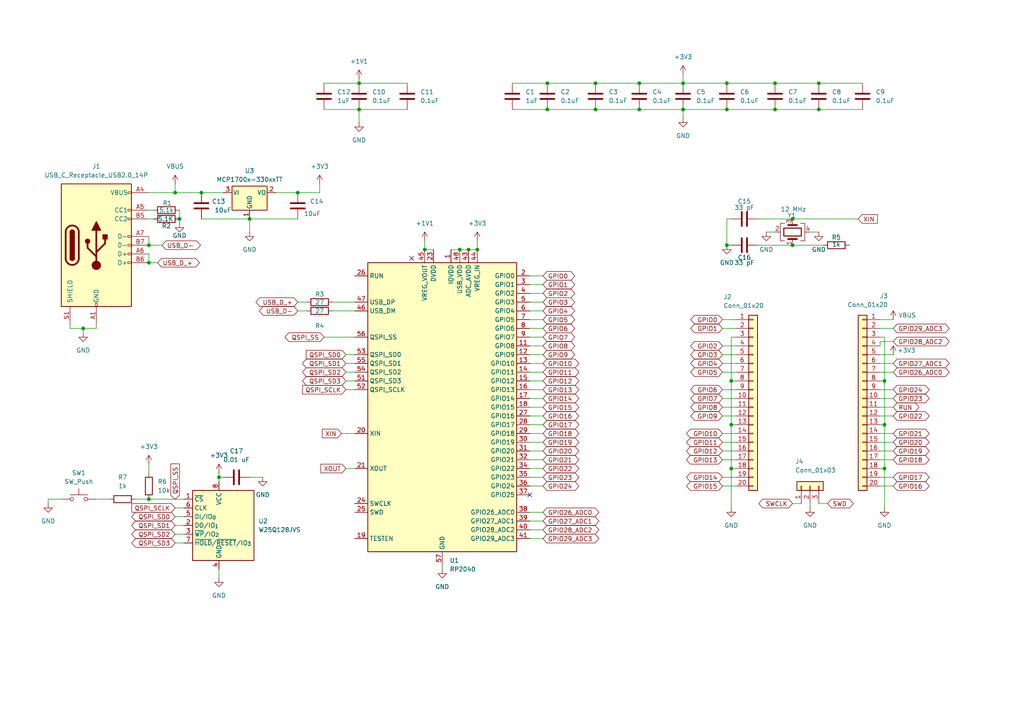
<source format=kicad_sch>
(kicad_sch (version 20250114) (generator "eeschema") (generator_version "9.0")
  (paper "A4")
  (lib_symbols
    (symbol "Connector:USB_C_Receptacle_USB2.0_14P" (pin_names (offset 1.016))
      (property "Reference" "J" (at 0 22.225 0))
      (property "Value" "USB_C_Receptacle_USB2.0_14P" (at 0 19.685 0))
      (symbol "USB_C_Receptacle_USB2.0_14P_1_1"
        (pin passive line (at -7.62 -22.86 90) (length 5.08) (name "SHIELD") (number "S1"))
        (pin passive line (at 0 -22.86 90) (length 5.08) (name "GND") (number "A1"))
        (pin passive line (at 0 -22.86 90) (length 5.08) (hide yes) (name "GND") (number "A12"))
        (pin passive line (at 0 -22.86 90) (length 5.08) (hide yes) (name "GND") (number "B1"))
        (pin passive line (at 0 -22.86 90) (length 5.08) (hide yes) (name "GND") (number "B12"))
        (pin passive line (at 15.24 15.24 180) (length 5.08) (name "VBUS") (number "A4"))
        (pin passive line (at 15.24 15.24 180) (length 5.08) (hide yes) (name "VBUS") (number "A9"))
        (pin passive line (at 15.24 15.24 180) (length 5.08) (hide yes) (name "VBUS") (number "B4"))
        (pin passive line (at 15.24 15.24 180) (length 5.08) (hide yes) (name "VBUS") (number "B9"))
        (pin bidirectional line (at 15.24 10.16 180) (length 5.08) (name "CC1") (number "A5"))
        (pin bidirectional line (at 15.24 7.62 180) (length 5.08) (name "CC2") (number "B5"))
        (pin bidirectional line (at 15.24 2.54 180) (length 5.08) (name "D-") (number "A7"))
        (pin bidirectional line (at 15.24 0 180) (length 5.08) (name "D-") (number "B7"))
        (pin bidirectional line (at 15.24 -2.54 180) (length 5.08) (name "D+") (number "A6"))
        (pin bidirectional line (at 15.24 -5.08 180) (length 5.08) (name "D+") (number "B6"))
      )
    )
    (symbol "Connector_Generic:Conn_01x03" (pin_names (offset 1.016) (hide yes))
      (property "Reference" "J" (at 0 5.08 0))
      (property "Value" "Conn_01x03" (at 0 -5.08 0))
      (symbol "Conn_01x03_1_1"
        (pin passive line (at -5.08 2.54 0) (length 3.81) (name "Pin_1") (number "1"))
        (pin passive line (at -5.08 0 0) (length 3.81) (name "Pin_2") (number "2"))
        (pin passive line (at -5.08 -2.54 0) (length 3.81) (name "Pin_3") (number "3"))
      )
    )
    (symbol "Connector_Generic:Conn_01x20" (pin_names (offset 1.016) (hide yes))
      (property "Reference" "J" (at 0 25.4 0))
      (property "Value" "Conn_01x20" (at 0 -27.94 0))
      (symbol "Conn_01x20_1_1"
        (pin passive line (at -5.08 22.86 0) (length 3.81) (name "Pin_1") (number "1"))
        (pin passive line (at -5.08 20.32 0) (length 3.81) (name "Pin_2") (number "2"))
        (pin passive line (at -5.08 17.78 0) (length 3.81) (name "Pin_3") (number "3"))
        (pin passive line (at -5.08 15.24 0) (length 3.81) (name "Pin_4") (number "4"))
        (pin passive line (at -5.08 12.7 0) (length 3.81) (name "Pin_5") (number "5"))
        (pin passive line (at -5.08 10.16 0) (length 3.81) (name "Pin_6") (number "6"))
        (pin passive line (at -5.08 7.62 0) (length 3.81) (name "Pin_7") (number "7"))
        (pin passive line (at -5.08 5.08 0) (length 3.81) (name "Pin_8") (number "8"))
        (pin passive line (at -5.08 2.54 0) (length 3.81) (name "Pin_9") (number "9"))
        (pin passive line (at -5.08 0 0) (length 3.81) (name "Pin_10") (number "10"))
        (pin passive line (at -5.08 -2.54 0) (length 3.81) (name "Pin_11") (number "11"))
        (pin passive line (at -5.08 -5.08 0) (length 3.81) (name "Pin_12") (number "12"))
        (pin passive line (at -5.08 -7.62 0) (length 3.81) (name "Pin_13") (number "13"))
        (pin passive line (at -5.08 -10.16 0) (length 3.81) (name "Pin_14") (number "14"))
        (pin passive line (at -5.08 -12.7 0) (length 3.81) (name "Pin_15") (number "15"))
        (pin passive line (at -5.08 -15.24 0) (length 3.81) (name "Pin_16") (number "16"))
        (pin passive line (at -5.08 -17.78 0) (length 3.81) (name "Pin_17") (number "17"))
        (pin passive line (at -5.08 -20.32 0) (length 3.81) (name "Pin_18") (number "18"))
        (pin passive line (at -5.08 -22.86 0) (length 3.81) (name "Pin_19") (number "19"))
        (pin passive line (at -5.08 -25.4 0) (length 3.81) (name "Pin_20") (number "20"))
      )
    )
    (symbol "Device:C" (pin_numbers (hide yes)) (pin_names (offset 0.254))
      (property "Reference" "C" (at 0.635 2.54 0))
      (property "Value" "C" (at 0.635 -2.54 0))
      (symbol "C_1_1"
        (pin passive line (at 0 3.81 270) (length 2.794) (name "~") (number "1"))
        (pin passive line (at 0 -3.81 90) (length 2.794) (name "~") (number "2"))
      )
    )
    (symbol "Device:Crystal_GND24" (pin_names (offset 1.016) (hide yes))
      (property "Reference" "Y" (at 3.175 5.08 0))
      (property "Value" "Crystal_GND24" (at 3.175 3.175 0))
      (symbol "Crystal_GND24_1_1"
        (pin passive line (at -3.81 0 0) (length 1.27) (name "1") (number "1"))
        (pin passive line (at 0 5.08 270) (length 1.27) (name "2") (number "2"))
        (pin passive line (at 0 -5.08 90) (length 1.27) (name "4") (number "4"))
        (pin passive line (at 3.81 0 180) (length 1.27) (name "3") (number "3"))
      )
    )
    (symbol "Device:R" (pin_numbers (hide yes)) (pin_names (offset 0))
      (property "Reference" "R" (at 2.032 0 90))
      (property "Value" "R" (at 0 0 90))
      (symbol "R_1_1"
        (pin passive line (at 0 3.81 270) (length 1.27) (name "~") (number "1"))
        (pin passive line (at 0 -3.81 90) (length 1.27) (name "~") (number "2"))
      )
    )
    (symbol "MCU_RaspberryPi:RP2040"
      (property "Reference" "U" (at 17.78 45.72 0))
      (property "Value" "RP2040" (at 17.78 43.18 0))
      (symbol "RP2040_1_1"
        (pin input line (at -25.4 38.1 0) (length 3.81) (name "RUN") (number "26"))
        (pin bidirectional line (at -25.4 30.48 0) (length 3.81) (name "USB_DP") (number "47"))
        (pin bidirectional line (at -25.4 27.94 0) (length 3.81) (name "USB_DM") (number "46"))
        (pin bidirectional line (at -25.4 20.32 0) (length 3.81) (name "QSPI_SS") (number "56"))
        (pin bidirectional line (at -25.4 15.24 0) (length 3.81) (name "QSPI_SD0") (number "53"))
        (pin bidirectional line (at -25.4 12.7 0) (length 3.81) (name "QSPI_SD1") (number "55"))
        (pin bidirectional line (at -25.4 10.16 0) (length 3.81) (name "QSPI_SD2") (number "54"))
        (pin bidirectional line (at -25.4 7.62 0) (length 3.81) (name "QSPI_SD3") (number "51"))
        (pin output line (at -25.4 5.08 0) (length 3.81) (name "QSPI_SCLK") (number "52"))
        (pin input line (at -25.4 -7.62 0) (length 3.81) (name "XIN") (number "20"))
        (pin passive line (at -25.4 -17.78 0) (length 3.81) (name "XOUT") (number "21"))
        (pin input line (at -25.4 -27.94 0) (length 3.81) (name "SWCLK") (number "24"))
        (pin bidirectional line (at -25.4 -30.48 0) (length 3.81) (name "SWD") (number "25"))
        (pin input line (at -25.4 -38.1 0) (length 3.81) (name "TESTEN") (number "19"))
        (pin power_out line (at -5.08 45.72 270) (length 3.81) (name "VREG_VOUT") (number "45"))
        (pin power_in line (at -2.54 45.72 270) (length 3.81) (name "DVDD") (number "23"))
        (pin passive line (at -2.54 45.72 270) (length 3.81) (hide yes) (name "DVDD") (number "50"))
        (pin power_in line (at 0 -45.72 90) (length 3.81) (name "GND") (number "57"))
        (pin power_in line (at 2.54 45.72 270) (length 3.81) (name "IOVDD") (number "1"))
        (pin passive line (at 2.54 45.72 270) (length 3.81) (hide yes) (name "IOVDD") (number "10"))
        (pin passive line (at 2.54 45.72 270) (length 3.81) (hide yes) (name "IOVDD") (number "22"))
        (pin passive line (at 2.54 45.72 270) (length 3.81) (hide yes) (name "IOVDD") (number "33"))
        (pin passive line (at 2.54 45.72 270) (length 3.81) (hide yes) (name "IOVDD") (number "42"))
        (pin passive line (at 2.54 45.72 270) (length 3.81) (hide yes) (name "IOVDD") (number "49"))
        (pin power_in line (at 5.08 45.72 270) (length 3.81) (name "USB_VDD") (number "48"))
        (pin power_in line (at 7.62 45.72 270) (length 3.81) (name "ADC_AVDD") (number "43"))
        (pin power_in line (at 10.16 45.72 270) (length 3.81) (name "VREG_IN") (number "44"))
        (pin bidirectional line (at 25.4 38.1 180) (length 3.81) (name "GPIO0") (number "2"))
        (pin bidirectional line (at 25.4 35.56 180) (length 3.81) (name "GPIO1") (number "3"))
        (pin bidirectional line (at 25.4 33.02 180) (length 3.81) (name "GPIO2") (number "4"))
        (pin bidirectional line (at 25.4 30.48 180) (length 3.81) (name "GPIO3") (number "5"))
        (pin bidirectional line (at 25.4 27.94 180) (length 3.81) (name "GPIO4") (number "6"))
        (pin bidirectional line (at 25.4 25.4 180) (length 3.81) (name "GPIO5") (number "7"))
        (pin bidirectional line (at 25.4 22.86 180) (length 3.81) (name "GPIO6") (number "8"))
        (pin bidirectional line (at 25.4 20.32 180) (length 3.81) (name "GPIO7") (number "9"))
        (pin bidirectional line (at 25.4 17.78 180) (length 3.81) (name "GPIO8") (number "11"))
        (pin bidirectional line (at 25.4 15.24 180) (length 3.81) (name "GPIO9") (number "12"))
        (pin bidirectional line (at 25.4 12.7 180) (length 3.81) (name "GPIO10") (number "13"))
        (pin bidirectional line (at 25.4 10.16 180) (length 3.81) (name "GPIO11") (number "14"))
        (pin bidirectional line (at 25.4 7.62 180) (length 3.81) (name "GPIO12") (number "15"))
        (pin bidirectional line (at 25.4 5.08 180) (length 3.81) (name "GPIO13") (number "16"))
        (pin bidirectional line (at 25.4 2.54 180) (length 3.81) (name "GPIO14") (number "17"))
        (pin bidirectional line (at 25.4 0 180) (length 3.81) (name "GPIO15") (number "18"))
        (pin bidirectional line (at 25.4 -2.54 180) (length 3.81) (name "GPIO16") (number "27"))
        (pin bidirectional line (at 25.4 -5.08 180) (length 3.81) (name "GPIO17") (number "28"))
        (pin bidirectional line (at 25.4 -7.62 180) (length 3.81) (name "GPIO18") (number "29"))
        (pin bidirectional line (at 25.4 -10.16 180) (length 3.81) (name "GPIO19") (number "30"))
        (pin bidirectional line (at 25.4 -12.7 180) (length 3.81) (name "GPIO20") (number "31"))
        (pin bidirectional line (at 25.4 -15.24 180) (length 3.81) (name "GPIO21") (number "32"))
        (pin bidirectional line (at 25.4 -17.78 180) (length 3.81) (name "GPIO22") (number "34"))
        (pin bidirectional line (at 25.4 -20.32 180) (length 3.81) (name "GPIO23") (number "35"))
        (pin bidirectional line (at 25.4 -22.86 180) (length 3.81) (name "GPIO24") (number "36"))
        (pin bidirectional line (at 25.4 -25.4 180) (length 3.81) (name "GPIO25") (number "37"))
        (pin bidirectional line (at 25.4 -30.48 180) (length 3.81) (name "GPIO26_ADC0") (number "38"))
        (pin bidirectional line (at 25.4 -33.02 180) (length 3.81) (name "GPIO27_ADC1") (number "39"))
        (pin bidirectional line (at 25.4 -35.56 180) (length 3.81) (name "GPIO28_ADC2") (number "40"))
        (pin bidirectional line (at 25.4 -38.1 180) (length 3.81) (name "GPIO29_ADC3") (number "41"))
      )
    )
    (symbol "Memory_Flash:W25Q128JVS"
      (property "Reference" "U" (at -6.35 11.43 0))
      (property "Value" "W25Q128JVS" (at 7.62 11.43 0))
      (symbol "W25Q128JVS_1_1"
        (pin input line (at -10.16 7.62 0) (length 2.54) (name "~{CS}") (number "1"))
        (pin input line (at -10.16 5.08 0) (length 2.54) (name "CLK") (number "6"))
        (pin bidirectional line (at -10.16 2.54 0) (length 2.54) (name "DI/IO_{0}") (number "5"))
        (pin bidirectional line (at -10.16 0 0) (length 2.54) (name "DO/IO_{1}") (number "2"))
        (pin bidirectional line (at -10.16 -2.54 0) (length 2.54) (name "~{WP}/IO_{2}") (number "3"))
        (pin bidirectional line (at -10.16 -5.08 0) (length 2.54) (name "~{HOLD}/~{RESET}/IO_{3}") (number "7"))
        (pin power_in line (at 0 12.7 270) (length 2.54) (name "VCC") (number "8"))
        (pin power_in line (at 0 -12.7 90) (length 2.54) (name "GND") (number "4"))
      )
    )
    (symbol "Regulator_Linear:MCP1700x-330xxTT" (pin_names (offset 0.254))
      (property "Reference" "U" (at -3.81 3.175 0))
      (property "Value" "MCP1700x-330xxTT" (at 0 3.175 0))
      (symbol "MCP1700x-330xxTT_1_1"
        (pin power_in line (at -7.62 0 0) (length 2.54) (name "VI") (number "3"))
        (pin power_in line (at 0 -7.62 90) (length 2.54) (name "GND") (number "1"))
        (pin power_out line (at 7.62 0 180) (length 2.54) (name "VO") (number "2"))
      )
    )
    (symbol "Switch:SW_Push" (pin_numbers (hide yes)) (pin_names (offset 1.016) (hide yes))
      (property "Reference" "SW" (at 1.27 2.54 0))
      (property "Value" "SW_Push" (at 0 -1.524 0))
      (symbol "SW_Push_0_1"
        (pin passive line (at -5.08 0 0) (length 2.54) (name "1") (number "1"))
        (pin passive line (at 5.08 0 180) (length 2.54) (name "2") (number "2"))
      )
    )
    (symbol "power:+1V1" (power) (pin_numbers (hide yes)) (pin_names (offset 0) (hide yes))
      (property "Value" "+1V1" (at 0 3.556 0))
      (symbol "+1V1_1_1"
        (pin power_in line (at 0 0 90) (length 0) (name "~") (number "1"))
      )
    )
    (symbol "power:+3V3" (power) (pin_numbers (hide yes)) (pin_names (offset 0) (hide yes))
      (property "Value" "+3V3" (at 0 3.556 0))
      (symbol "+3V3_1_1"
        (pin power_in line (at 0 0 90) (length 0) (name "~") (number "1"))
      )
    )
    (symbol "power:GND" (power) (pin_numbers (hide yes)) (pin_names (offset 0) (hide yes))
      (property "Value" "GND" (at 0 -3.81 0))
      (symbol "GND_1_1"
        (pin power_in line (at 0 0 270) (length 0) (name "~") (number "1"))
      )
    )
    (symbol "power:VBUS" (power) (pin_numbers (hide yes)) (pin_names (offset 0) (hide yes))
      (property "Value" "VBUS" (at 0 3.556 0))
      (symbol "VBUS_1_1"
        (pin power_in line (at 0 0 90) (length 0) (name "~") (number "1"))
      )
    )
  )
  (junction (at 135.89 72.39))
  (junction (at 224.79 31.75))
  (junction (at 43.18 144.78))
  (junction (at 72.39 63.5))
  (junction (at 133.35 72.39))
  (junction (at 158.75 31.75))
  (junction (at 24.13 95.25))
  (junction (at 210.82 71.12))
  (junction (at 237.49 31.75))
  (junction (at 229.87 71.12))
  (junction (at 63.5 138.43))
  (junction (at 172.72 31.75))
  (junction (at 185.42 31.75))
  (junction (at 212.09 110.49))
  (junction (at 138.43 72.39))
  (junction (at 210.82 31.75))
  (junction (at 172.72 24.13))
  (junction (at 210.82 24.13))
  (junction (at 229.87 63.5))
  (junction (at 198.12 31.75))
  (junction (at 185.42 24.13))
  (junction (at 212.09 123.19))
  (junction (at 256.54 123.19))
  (junction (at 224.79 24.13))
  (junction (at 212.09 135.89))
  (junction (at 158.75 24.13))
  (junction (at 256.54 110.49))
  (junction (at 43.18 76.2))
  (junction (at 50.8 55.88))
  (junction (at 123.19 72.39))
  (junction (at 237.49 24.13))
  (junction (at 104.14 31.75))
  (junction (at 52.07 63.5))
  (junction (at 104.14 24.13))
  (junction (at 86.36 55.88))
  (junction (at 256.54 135.89))
  (junction (at 43.18 71.12))
  (junction (at 58.42 55.88))
  (junction (at 198.12 24.13))
  (no_connect (at 153.67 143.51))
  (no_connect (at 119.38 74.93))
  (wire (pts (xy 93.98 97.79) (xy 102.87 97.79)))
  (wire (pts (xy 138.43 69.85) (xy 138.43 72.39)))
  (wire (pts (xy 43.18 134.62) (xy 43.18 137.16)))
  (wire (pts (xy 153.67 128.27) (xy 157.48 128.27)))
  (wire (pts (xy 255.27 140.97) (xy 259.08 140.97)))
  (wire (pts (xy 100.33 105.41) (xy 102.87 105.41)))
  (wire (pts (xy 255.27 130.81) (xy 259.08 130.81)))
  (wire (pts (xy 212.09 110.49) (xy 212.09 123.19)))
  (wire (pts (xy 212.09 123.19) (xy 212.09 135.89)))
  (wire (pts (xy 153.67 148.59) (xy 157.48 148.59)))
  (wire (pts (xy 50.8 53.34) (xy 50.8 55.88)))
  (wire (pts (xy 27.94 95.25) (xy 27.94 93.98)))
  (wire (pts (xy 153.67 118.11) (xy 157.48 118.11)))
  (wire (pts (xy 198.12 24.13) (xy 210.82 24.13)))
  (wire (pts (xy 213.36 110.49) (xy 212.09 110.49)))
  (wire (pts (xy 212.09 63.5) (xy 210.82 63.5)))
  (wire (pts (xy 153.67 138.43) (xy 157.48 138.43)))
  (wire (pts (xy 255.27 107.95) (xy 259.08 107.95)))
  (wire (pts (xy 43.18 60.96) (xy 44.45 60.96)))
  (wire (pts (xy 224.79 31.75) (xy 237.49 31.75)))
  (wire (pts (xy 153.67 97.79) (xy 157.48 97.79)))
  (wire (pts (xy 43.18 76.2) (xy 45.72 76.2)))
  (wire (pts (xy 96.52 87.63) (xy 102.87 87.63)))
  (wire (pts (xy 13.97 146.05) (xy 13.97 144.78)))
  (wire (pts (xy 20.32 95.25) (xy 24.13 95.25)))
  (wire (pts (xy 255.27 113.03) (xy 259.08 113.03)))
  (wire (pts (xy 209.55 120.65) (xy 213.36 120.65)))
  (wire (pts (xy 209.55 102.87) (xy 213.36 102.87)))
  (wire (pts (xy 20.32 93.98) (xy 20.32 95.25)))
  (wire (pts (xy 104.14 31.75) (xy 118.11 31.75)))
  (wire (pts (xy 237.49 24.13) (xy 250.19 24.13)))
  (wire (pts (xy 43.18 55.88) (xy 50.8 55.88)))
  (wire (pts (xy 153.67 151.13) (xy 157.48 151.13)))
  (wire (pts (xy 153.67 87.63) (xy 157.48 87.63)))
  (wire (pts (xy 153.67 140.97) (xy 157.48 140.97)))
  (wire (pts (xy 210.82 24.13) (xy 224.79 24.13)))
  (wire (pts (xy 209.55 118.11) (xy 213.36 118.11)))
  (wire (pts (xy 63.5 137.16) (xy 63.5 138.43)))
  (wire (pts (xy 80.01 55.88) (xy 86.36 55.88)))
  (wire (pts (xy 255.27 99.06) (xy 259.08 99.06)))
  (wire (pts (xy 93.98 24.13) (xy 104.14 24.13)))
  (wire (pts (xy 237.49 31.75) (xy 250.19 31.75)))
  (wire (pts (xy 153.67 82.55) (xy 157.48 82.55)))
  (wire (pts (xy 123.19 72.39) (xy 125.73 72.39)))
  (wire (pts (xy 229.87 63.5) (xy 248.92 63.5)))
  (wire (pts (xy 209.55 140.97) (xy 213.36 140.97)))
  (wire (pts (xy 153.67 90.17) (xy 157.48 90.17)))
  (wire (pts (xy 209.55 105.41) (xy 213.36 105.41)))
  (wire (pts (xy 210.82 31.75) (xy 224.79 31.75)))
  (wire (pts (xy 255.27 95.25) (xy 259.08 95.25)))
  (wire (pts (xy 100.33 113.03) (xy 102.87 113.03)))
  (wire (pts (xy 209.55 95.25) (xy 213.36 95.25)))
  (wire (pts (xy 128.27 163.83) (xy 128.27 165.1)))
  (wire (pts (xy 198.12 21.59) (xy 198.12 24.13)))
  (wire (pts (xy 255.27 110.49) (xy 256.54 110.49)))
  (wire (pts (xy 255.27 138.43) (xy 259.08 138.43)))
  (wire (pts (xy 52.07 60.96) (xy 52.07 63.5)))
  (wire (pts (xy 198.12 31.75) (xy 210.82 31.75)))
  (wire (pts (xy 148.59 24.13) (xy 158.75 24.13)))
  (wire (pts (xy 24.13 95.25) (xy 27.94 95.25)))
  (wire (pts (xy 153.67 153.67) (xy 157.48 153.67)))
  (wire (pts (xy 255.27 99.06) (xy 255.27 100.33)))
  (wire (pts (xy 27.94 144.78) (xy 31.75 144.78)))
  (wire (pts (xy 153.67 156.21) (xy 157.48 156.21)))
  (wire (pts (xy 153.67 135.89) (xy 157.48 135.89)))
  (wire (pts (xy 92.71 53.34) (xy 92.71 55.88)))
  (wire (pts (xy 153.67 80.01) (xy 157.48 80.01)))
  (wire (pts (xy 72.39 63.5) (xy 72.39 67.31)))
  (wire (pts (xy 50.8 147.32) (xy 53.34 147.32)))
  (wire (pts (xy 224.79 24.13) (xy 237.49 24.13)))
  (wire (pts (xy 100.33 110.49) (xy 102.87 110.49)))
  (wire (pts (xy 224.79 67.31) (xy 222.25 67.31)))
  (wire (pts (xy 63.5 138.43) (xy 63.5 139.7)))
  (wire (pts (xy 24.13 96.52) (xy 24.13 95.25)))
  (wire (pts (xy 93.98 31.75) (xy 104.14 31.75)))
  (wire (pts (xy 43.18 63.5) (xy 44.45 63.5)))
  (wire (pts (xy 99.06 125.73) (xy 102.87 125.73)))
  (wire (pts (xy 96.52 90.17) (xy 102.87 90.17)))
  (wire (pts (xy 209.55 138.43) (xy 213.36 138.43)))
  (wire (pts (xy 43.18 73.66) (xy 43.18 76.2)))
  (wire (pts (xy 213.36 97.79) (xy 212.09 97.79)))
  (wire (pts (xy 255.27 97.79) (xy 256.54 97.79)))
  (wire (pts (xy 209.55 100.33) (xy 213.36 100.33)))
  (wire (pts (xy 209.55 113.03) (xy 213.36 113.03)))
  (wire (pts (xy 133.35 72.39) (xy 135.89 72.39)))
  (wire (pts (xy 64.77 138.43) (xy 63.5 138.43)))
  (wire (pts (xy 256.54 97.79) (xy 256.54 110.49)))
  (wire (pts (xy 104.14 22.86) (xy 104.14 24.13)))
  (wire (pts (xy 210.82 63.5) (xy 210.82 71.12)))
  (wire (pts (xy 153.67 125.73) (xy 157.48 125.73)))
  (wire (pts (xy 50.8 55.88) (xy 58.42 55.88)))
  (wire (pts (xy 50.8 157.48) (xy 53.34 157.48)))
  (wire (pts (xy 256.54 135.89) (xy 256.54 147.32)))
  (wire (pts (xy 86.36 87.63) (xy 88.9 87.63)))
  (wire (pts (xy 209.55 107.95) (xy 213.36 107.95)))
  (wire (pts (xy 234.95 147.32) (xy 234.95 146.05)))
  (wire (pts (xy 209.55 125.73) (xy 213.36 125.73)))
  (wire (pts (xy 100.33 107.95) (xy 102.87 107.95)))
  (wire (pts (xy 255.27 120.65) (xy 259.08 120.65)))
  (wire (pts (xy 255.27 118.11) (xy 259.08 118.11)))
  (wire (pts (xy 153.67 107.95) (xy 157.48 107.95)))
  (wire (pts (xy 172.72 31.75) (xy 185.42 31.75)))
  (wire (pts (xy 259.08 92.71) (xy 255.27 92.71)))
  (wire (pts (xy 219.71 63.5) (xy 229.87 63.5)))
  (wire (pts (xy 219.71 71.12) (xy 229.87 71.12)))
  (wire (pts (xy 58.42 55.88) (xy 64.77 55.88)))
  (wire (pts (xy 237.49 146.05) (xy 240.03 146.05)))
  (wire (pts (xy 72.39 63.5) (xy 86.36 63.5)))
  (wire (pts (xy 256.54 110.49) (xy 256.54 123.19)))
  (wire (pts (xy 185.42 31.75) (xy 198.12 31.75)))
  (wire (pts (xy 86.36 90.17) (xy 88.9 90.17)))
  (wire (pts (xy 153.67 100.33) (xy 157.48 100.33)))
  (wire (pts (xy 158.75 31.75) (xy 172.72 31.75)))
  (wire (pts (xy 43.18 144.78) (xy 53.34 144.78)))
  (wire (pts (xy 213.36 123.19) (xy 212.09 123.19)))
  (wire (pts (xy 229.87 71.12) (xy 238.76 71.12)))
  (wire (pts (xy 153.67 120.65) (xy 157.48 120.65)))
  (wire (pts (xy 209.55 115.57) (xy 213.36 115.57)))
  (wire (pts (xy 209.55 133.35) (xy 213.36 133.35)))
  (wire (pts (xy 255.27 133.35) (xy 259.08 133.35)))
  (wire (pts (xy 255.27 105.41) (xy 259.08 105.41)))
  (wire (pts (xy 100.33 102.87) (xy 102.87 102.87)))
  (wire (pts (xy 72.39 138.43) (xy 76.2 138.43)))
  (wire (pts (xy 153.67 85.09) (xy 157.48 85.09)))
  (wire (pts (xy 43.18 68.58) (xy 43.18 71.12)))
  (wire (pts (xy 130.81 72.39) (xy 133.35 72.39)))
  (wire (pts (xy 92.71 55.88) (xy 86.36 55.88)))
  (wire (pts (xy 259.08 102.87) (xy 255.27 102.87)))
  (wire (pts (xy 209.55 128.27) (xy 213.36 128.27)))
  (wire (pts (xy 123.19 69.85) (xy 123.19 72.39)))
  (wire (pts (xy 135.89 72.39) (xy 138.43 72.39)))
  (wire (pts (xy 148.59 31.75) (xy 158.75 31.75)))
  (wire (pts (xy 153.67 92.71) (xy 157.48 92.71)))
  (wire (pts (xy 209.55 130.81) (xy 213.36 130.81)))
  (wire (pts (xy 153.67 130.81) (xy 157.48 130.81)))
  (wire (pts (xy 213.36 135.89) (xy 212.09 135.89)))
  (wire (pts (xy 255.27 128.27) (xy 259.08 128.27)))
  (wire (pts (xy 39.37 144.78) (xy 43.18 144.78)))
  (wire (pts (xy 158.75 24.13) (xy 172.72 24.13)))
  (wire (pts (xy 185.42 24.13) (xy 198.12 24.13)))
  (wire (pts (xy 153.67 123.19) (xy 157.48 123.19)))
  (wire (pts (xy 104.14 24.13) (xy 118.11 24.13)))
  (wire (pts (xy 256.54 123.19) (xy 256.54 135.89)))
  (wire (pts (xy 255.27 135.89) (xy 256.54 135.89)))
  (wire (pts (xy 50.8 152.4) (xy 53.34 152.4)))
  (wire (pts (xy 153.67 113.03) (xy 157.48 113.03)))
  (wire (pts (xy 255.27 125.73) (xy 259.08 125.73)))
  (wire (pts (xy 43.18 71.12) (xy 46.99 71.12)))
  (wire (pts (xy 58.42 63.5) (xy 72.39 63.5)))
  (wire (pts (xy 153.67 105.41) (xy 157.48 105.41)))
  (wire (pts (xy 234.95 67.31) (xy 237.49 67.31)))
  (wire (pts (xy 209.55 92.71) (xy 213.36 92.71)))
  (wire (pts (xy 198.12 34.29) (xy 198.12 31.75)))
  (wire (pts (xy 50.8 149.86) (xy 53.34 149.86)))
  (wire (pts (xy 153.67 102.87) (xy 157.48 102.87)))
  (wire (pts (xy 255.27 123.19) (xy 256.54 123.19)))
  (wire (pts (xy 52.07 63.5) (xy 52.07 64.77)))
  (wire (pts (xy 13.97 144.78) (xy 17.78 144.78)))
  (wire (pts (xy 153.67 133.35) (xy 157.48 133.35)))
  (wire (pts (xy 210.82 71.12) (xy 212.09 71.12)))
  (wire (pts (xy 212.09 135.89) (xy 212.09 147.32)))
  (wire (pts (xy 100.33 135.89) (xy 102.87 135.89)))
  (wire (pts (xy 212.09 97.79) (xy 212.09 110.49)))
  (wire (pts (xy 104.14 35.56) (xy 104.14 31.75)))
  (wire (pts (xy 50.8 154.94) (xy 53.34 154.94)))
  (wire (pts (xy 255.27 115.57) (xy 259.08 115.57)))
  (wire (pts (xy 153.67 115.57) (xy 157.48 115.57)))
  (wire (pts (xy 172.72 24.13) (xy 185.42 24.13)))
  (wire (pts (xy 153.67 110.49) (xy 157.48 110.49)))
  (wire (pts (xy 153.67 95.25) (xy 157.48 95.25)))
  (wire (pts (xy 229.87 146.05) (xy 232.41 146.05)))
  (wire (pts (xy 63.5 165.1) (xy 63.5 167.64)))
  (global_label "GPIO11" (shape bidirectional) (at 209.55 128.27 180) (property "Intersheetrefs" "${INTERSHEET_REFS}" (effects (hide yes))))
  (global_label "GPIO16" (shape bidirectional) (at 157.48 120.65 0) (property "Intersheetrefs" "${INTERSHEET_REFS}" (effects (hide yes))))
  (global_label "GPIO21" (shape bidirectional) (at 157.48 133.35 0) (property "Intersheetrefs" "${INTERSHEET_REFS}" (effects (hide yes))))
  (global_label "USB_D_+" (shape bidirectional) (at 86.36 87.63 180) (property "Intersheetrefs" "${INTERSHEET_REFS}" (effects (hide yes))))
  (global_label "GPIO24" (shape bidirectional) (at 157.48 140.97 0) (property "Intersheetrefs" "${INTERSHEET_REFS}" (effects (hide yes))))
  (global_label "GPIO23" (shape bidirectional) (at 157.48 138.43 0) (property "Intersheetrefs" "${INTERSHEET_REFS}" (effects (hide yes))))
  (global_label "GPIO7" (shape bidirectional) (at 157.48 97.79 0) (property "Intersheetrefs" "${INTERSHEET_REFS}" (effects (hide yes))))
  (global_label "GPIO18" (shape bidirectional) (at 259.08 133.35 0) (property "Intersheetrefs" "${INTERSHEET_REFS}" (effects (hide yes))))
  (global_label "GPIO20" (shape bidirectional) (at 259.08 128.27 0) (property "Intersheetrefs" "${INTERSHEET_REFS}" (effects (hide yes))))
  (global_label "QSPI_SD1" (shape bidirectional) (at 100.33 105.41 180) (property "Intersheetrefs" "${INTERSHEET_REFS}" (effects (hide yes))))
  (global_label "GPIO19" (shape bidirectional) (at 157.48 128.27 0) (property "Intersheetrefs" "${INTERSHEET_REFS}" (effects (hide yes))))
  (global_label "GPIO14" (shape bidirectional) (at 209.55 138.43 180) (property "Intersheetrefs" "${INTERSHEET_REFS}" (effects (hide yes))))
  (global_label "GPIO27_ADC1" (shape bidirectional) (at 157.48 151.13 0) (property "Intersheetrefs" "${INTERSHEET_REFS}" (effects (hide yes))))
  (global_label "GPIO24" (shape bidirectional) (at 259.08 113.03 0) (property "Intersheetrefs" "${INTERSHEET_REFS}" (effects (hide yes))))
  (global_label "GPIO26_ADC0" (shape bidirectional) (at 259.08 107.95 0) (property "Intersheetrefs" "${INTERSHEET_REFS}" (effects (hide yes))))
  (global_label "GPIO22" (shape bidirectional) (at 157.48 135.89 0) (property "Intersheetrefs" "${INTERSHEET_REFS}" (effects (hide yes))))
  (global_label "GPIO22" (shape bidirectional) (at 259.08 120.65 0) (property "Intersheetrefs" "${INTERSHEET_REFS}" (effects (hide yes))))
  (global_label "GPIO13" (shape bidirectional) (at 157.48 113.03 0) (property "Intersheetrefs" "${INTERSHEET_REFS}" (effects (hide yes))))
  (global_label "USB_D-" (shape bidirectional) (at 86.36 90.17 180) (property "Intersheetrefs" "${INTERSHEET_REFS}" (effects (hide yes))))
  (global_label "GPIO28_ADC2" (shape bidirectional) (at 259.08 99.06 0) (property "Intersheetrefs" "${INTERSHEET_REFS}" (effects (hide yes))))
  (global_label "XIN" (shape input) (at 248.92 63.5 0) (property "Intersheetrefs" "${INTERSHEET_REFS}" (effects (hide yes))))
  (global_label "QSPI_SD2" (shape bidirectional) (at 50.8 154.94 180) (property "Intersheetrefs" "${INTERSHEET_REFS}" (effects (hide yes))))
  (global_label "RUN" (shape bidirectional) (at 259.08 118.11 0) (property "Intersheetrefs" "${INTERSHEET_REFS}" (effects (hide yes))))
  (global_label "GPIO17" (shape bidirectional) (at 259.08 138.43 0) (property "Intersheetrefs" "${INTERSHEET_REFS}" (effects (hide yes))))
  (global_label "GPIO9" (shape bidirectional) (at 157.48 102.87 0) (property "Intersheetrefs" "${INTERSHEET_REFS}" (effects (hide yes))))
  (global_label "QSPI_SD3" (shape bidirectional) (at 100.33 110.49 180) (property "Intersheetrefs" "${INTERSHEET_REFS}" (effects (hide yes))))
  (global_label "GPIO8" (shape bidirectional) (at 157.48 100.33 0) (property "Intersheetrefs" "${INTERSHEET_REFS}" (effects (hide yes))))
  (global_label "QSPI_SCLK" (shape input) (at 100.33 113.03 180) (property "Intersheetrefs" "${INTERSHEET_REFS}" (effects (hide yes))))
  (global_label "SWCLK" (shape bidirectional) (at 229.87 146.05 180) (property "Intersheetrefs" "${INTERSHEET_REFS}" (effects (hide yes))))
  (global_label "GPIO5" (shape bidirectional) (at 209.55 107.95 180) (property "Intersheetrefs" "${INTERSHEET_REFS}" (effects (hide yes))))
  (global_label "GPIO0" (shape bidirectional) (at 157.48 80.01 0) (property "Intersheetrefs" "${INTERSHEET_REFS}" (effects (hide yes))))
  (global_label "GPIO5" (shape bidirectional) (at 157.48 92.71 0) (property "Intersheetrefs" "${INTERSHEET_REFS}" (effects (hide yes))))
  (global_label "GPIO17" (shape bidirectional) (at 157.48 123.19 0) (property "Intersheetrefs" "${INTERSHEET_REFS}" (effects (hide yes))))
  (global_label "GPIO19" (shape bidirectional) (at 259.08 130.81 0) (property "Intersheetrefs" "${INTERSHEET_REFS}" (effects (hide yes))))
  (global_label "GPIO0" (shape bidirectional) (at 209.55 92.71 180) (property "Intersheetrefs" "${INTERSHEET_REFS}" (effects (hide yes))))
  (global_label "XIN" (shape input) (at 99.06 125.73 180) (property "Intersheetrefs" "${INTERSHEET_REFS}" (effects (hide yes))))
  (global_label "QSPI_SS" (shape bidirectional) (at 93.98 97.79 180) (property "Intersheetrefs" "${INTERSHEET_REFS}" (effects (hide yes))))
  (global_label "GPIO29_ADC3" (shape bidirectional) (at 157.48 156.21 0) (property "Intersheetrefs" "${INTERSHEET_REFS}" (effects (hide yes))))
  (global_label "GPIO8" (shape bidirectional) (at 209.55 118.11 180) (property "Intersheetrefs" "${INTERSHEET_REFS}" (effects (hide yes))))
  (global_label "GPIO21" (shape bidirectional) (at 259.08 125.73 0) (property "Intersheetrefs" "${INTERSHEET_REFS}" (effects (hide yes))))
  (global_label "GPIO6" (shape bidirectional) (at 209.55 113.03 180) (property "Intersheetrefs" "${INTERSHEET_REFS}" (effects (hide yes))))
  (global_label "GPIO15" (shape bidirectional) (at 157.48 118.11 0) (property "Intersheetrefs" "${INTERSHEET_REFS}" (effects (hide yes))))
  (global_label "QSPI_SCLK" (shape input) (at 50.8 147.32 180) (property "Intersheetrefs" "${INTERSHEET_REFS}" (effects (hide yes))))
  (global_label "GPIO28_ADC2" (shape bidirectional) (at 157.48 153.67 0) (property "Intersheetrefs" "${INTERSHEET_REFS}" (effects (hide yes))))
  (global_label "XOUT" (shape input) (at 100.33 135.89 180) (property "Intersheetrefs" "${INTERSHEET_REFS}" (effects (hide yes))))
  (global_label "GPIO23" (shape bidirectional) (at 259.08 115.57 0) (property "Intersheetrefs" "${INTERSHEET_REFS}" (effects (hide yes))))
  (global_label "GPIO12" (shape bidirectional) (at 157.48 110.49 0) (property "Intersheetrefs" "${INTERSHEET_REFS}" (effects (hide yes))))
  (global_label "SWD" (shape bidirectional) (at 240.03 146.05 0) (property "Intersheetrefs" "${INTERSHEET_REFS}" (effects (hide yes))))
  (global_label "GPIO3" (shape bidirectional) (at 209.55 102.87 180) (property "Intersheetrefs" "${INTERSHEET_REFS}" (effects (hide yes))))
  (global_label "GPIO20" (shape bidirectional) (at 157.48 130.81 0) (property "Intersheetrefs" "${INTERSHEET_REFS}" (effects (hide yes))))
  (global_label "GPIO29_ADC3" (shape bidirectional) (at 259.08 95.25 0) (property "Intersheetrefs" "${INTERSHEET_REFS}" (effects (hide yes))))
  (global_label "GPIO9" (shape bidirectional) (at 209.55 120.65 180) (property "Intersheetrefs" "${INTERSHEET_REFS}" (effects (hide yes))))
  (global_label "USB_D-" (shape bidirectional) (at 46.99 71.12 0) (property "Intersheetrefs" "${INTERSHEET_REFS}" (effects (hide yes))))
  (global_label "QSPI_SD2" (shape bidirectional) (at 100.33 107.95 180) (property "Intersheetrefs" "${INTERSHEET_REFS}" (effects (hide yes))))
  (global_label "GPIO27_ADC1" (shape bidirectional) (at 259.08 105.41 0) (property "Intersheetrefs" "${INTERSHEET_REFS}" (effects (hide yes))))
  (global_label "GPIO2" (shape bidirectional) (at 157.48 85.09 0) (property "Intersheetrefs" "${INTERSHEET_REFS}" (effects (hide yes))))
  (global_label "GPIO12" (shape bidirectional) (at 209.55 130.81 180) (property "Intersheetrefs" "${INTERSHEET_REFS}" (effects (hide yes))))
  (global_label "GPIO10" (shape bidirectional) (at 157.48 105.41 0) (property "Intersheetrefs" "${INTERSHEET_REFS}" (effects (hide yes))))
  (global_label "GPIO16" (shape bidirectional) (at 259.08 140.97 0) (property "Intersheetrefs" "${INTERSHEET_REFS}" (effects (hide yes))))
  (global_label "GPIO15" (shape bidirectional) (at 209.55 140.97 180) (property "Intersheetrefs" "${INTERSHEET_REFS}" (effects (hide yes))))
  (global_label "QSPI_SD0" (shape input) (at 100.33 102.87 180) (property "Intersheetrefs" "${INTERSHEET_REFS}" (effects (hide yes))))
  (global_label "QSPI_SD1" (shape bidirectional) (at 50.8 152.4 180) (property "Intersheetrefs" "${INTERSHEET_REFS}" (effects (hide yes))))
  (global_label "GPIO26_ADC0" (shape bidirectional) (at 157.48 148.59 0) (property "Intersheetrefs" "${INTERSHEET_REFS}" (effects (hide yes))))
  (global_label "GPIO10" (shape bidirectional) (at 209.55 125.73 180) (property "Intersheetrefs" "${INTERSHEET_REFS}" (effects (hide yes))))
  (global_label "GPIO7" (shape bidirectional) (at 209.55 115.57 180) (property "Intersheetrefs" "${INTERSHEET_REFS}" (effects (hide yes))))
  (global_label "GPIO1" (shape bidirectional) (at 209.55 95.25 180) (property "Intersheetrefs" "${INTERSHEET_REFS}" (effects (hide yes))))
  (global_label "GPIO6" (shape bidirectional) (at 157.48 95.25 0) (property "Intersheetrefs" "${INTERSHEET_REFS}" (effects (hide yes))))
  (global_label "GPIO14" (shape bidirectional) (at 157.48 115.57 0) (property "Intersheetrefs" "${INTERSHEET_REFS}" (effects (hide yes))))
  (global_label "GPIO18" (shape bidirectional) (at 157.48 125.73 0) (property "Intersheetrefs" "${INTERSHEET_REFS}" (effects (hide yes))))
  (global_label "GPIO13" (shape bidirectional) (at 209.55 133.35 180) (property "Intersheetrefs" "${INTERSHEET_REFS}" (effects (hide yes))))
  (global_label "GPIO2" (shape bidirectional) (at 209.55 100.33 180) (property "Intersheetrefs" "${INTERSHEET_REFS}" (effects (hide yes))))
  (global_label "GPIO11" (shape bidirectional) (at 157.48 107.95 0) (property "Intersheetrefs" "${INTERSHEET_REFS}" (effects (hide yes))))
  (global_label "QSPI_SD3" (shape bidirectional) (at 50.8 157.48 180) (property "Intersheetrefs" "${INTERSHEET_REFS}" (effects (hide yes))))
  (global_label "GPIO3" (shape bidirectional) (at 157.48 87.63 0) (property "Intersheetrefs" "${INTERSHEET_REFS}" (effects (hide yes))))
  (global_label "QSPI_SS" (shape input) (at 50.8 144.78 90) (property "Intersheetrefs" "${INTERSHEET_REFS}" (effects (hide yes))))
  (global_label "GPIO1" (shape bidirectional) (at 157.48 82.55 0) (property "Intersheetrefs" "${INTERSHEET_REFS}" (effects (hide yes))))
  (global_label "GPIO4" (shape bidirectional) (at 157.48 90.17 0) (property "Intersheetrefs" "${INTERSHEET_REFS}" (effects (hide yes))))
  (global_label "GPIO4" (shape bidirectional) (at 209.55 105.41 180) (property "Intersheetrefs" "${INTERSHEET_REFS}" (effects (hide yes))))
  (global_label "QSPI_SD0" (shape bidirectional) (at 50.8 149.86 180) (property "Intersheetrefs" "${INTERSHEET_REFS}" (effects (hide yes))))
  (global_label "USB_D_+" (shape bidirectional) (at 45.72 76.2 0) (property "Intersheetrefs" "${INTERSHEET_REFS}" (effects (hide yes))))
  (symbol (lib_id "power:GND") (at 128.27 165.1 0) (unit 1)
    (property "Reference" "#PWR07" (effects (hide yes)))
    (property "Value" "GND" (at 128.27 170.18 0))
    (property "Description" "Power symbol creates a global label with name \"GND\" , ground" (effects (hide yes)))
  )
  (symbol (lib_id "Memory_Flash:W25Q128JVS") (at 63.5 152.4 0) (unit 1)
    (property "Reference" "U2" (at 74.93 151.1299 0) (effects (justify left)))
    (property "Value" "W25Q128JVS" (at 74.93 153.6699 0) (effects (justify left)))
    (property "Footprint" "Package_SO:SOIC-8_5.3x5.3mm_P1.27mm" (effects (hide yes)))
    (property "Datasheet" "https://www.winbond.com/resource-files/w25q128jv_dtr%20revc%2003272018%20plus.pdf" (effects (hide yes)))
    (property "Description" "128Mbit / 16MiB Serial Flash Memory, Standard/Dual/Quad SPI, 2.7-3.6V, SOIC-8" (effects (hide yes)))
  )
  (symbol (lib_id "Device:R") (at 92.71 87.63 90) (unit 1)
    (property "Reference" "R3" (at 92.71 85.344 90))
    (property "Value" "27" (at 92.71 87.63 90))
    (property "Footprint" "Resistor_SMD:R_0402_1005Metric" (effects (hide yes)))
    (property "Description" "Resistor" (effects (hide yes)))
  )
  (symbol (lib_id "power:GND") (at 104.14 35.56 0) (unit 1)
    (property "Reference" "#PWR04" (effects (hide yes)))
    (property "Value" "GND" (at 104.14 40.64 0))
    (property "Description" "Power symbol creates a global label with name \"GND\" , ground" (effects (hide yes)))
  )
  (symbol (lib_id "power:GND") (at 234.95 147.32 0) (unit 1)
    (property "Reference" "#PWR022" (effects (hide yes)))
    (property "Value" "GND" (at 234.95 152.4 0))
    (property "Description" "Power symbol creates a global label with name \"GND\" , ground" (effects (hide yes)))
  )
  (symbol (lib_id "Device:C") (at 93.98 27.94 0) (unit 1)
    (property "Reference" "C12" (at 97.79 26.6699 0) (effects (justify left)))
    (property "Value" "1uF" (at 97.79 29.2099 0) (effects (justify left)))
    (property "Footprint" "Capacitor_SMD:C_0402_1005Metric" (effects (hide yes)))
    (property "Description" "Unpolarized capacitor" (effects (hide yes)))
  )
  (symbol (lib_id "power:GND") (at 198.12 34.29 0) (unit 1)
    (property "Reference" "#PWR03" (effects (hide yes)))
    (property "Value" "GND" (at 198.12 39.37 0))
    (property "Description" "Power symbol creates a global label with name \"GND\" , ground" (effects (hide yes)))
  )
  (symbol (lib_id "Device:C") (at 224.79 27.94 0) (unit 1)
    (property "Reference" "C7" (at 228.6 26.6699 0) (effects (justify left)))
    (property "Value" "0.1uF" (at 228.6 29.2099 0) (effects (justify left)))
    (property "Footprint" "Capacitor_SMD:C_0402_1005Metric" (effects (hide yes)))
    (property "Description" "Unpolarized capacitor" (effects (hide yes)))
  )
  (symbol (lib_id "power:GND") (at 63.5 167.64 0) (unit 1)
    (property "Reference" "#PWR016" (effects (hide yes)))
    (property "Value" "GND" (at 63.5 172.72 0))
    (property "Description" "Power symbol creates a global label with name \"GND\" , ground" (effects (hide yes)))
  )
  (symbol (lib_id "power:GND") (at 237.49 67.31 0) (unit 1)
    (property "Reference" "#PWR013" (effects (hide yes)))
    (property "Value" "GND" (at 237.49 72.39 0))
    (property "Description" "Power symbol creates a global label with name \"GND\" , ground" (effects (hide yes)))
  )
  (symbol (lib_id "power:+3V3") (at 63.5 137.16 0) (unit 1)
    (property "Reference" "#PWR017" (effects (hide yes)))
    (property "Value" "+3V3" (at 63.5 132.08 0))
    (property "Description" "Power symbol creates a global label with name \"+3V3\"" (effects (hide yes)))
  )
  (symbol (lib_id "Device:C") (at 148.59 27.94 0) (unit 1)
    (property "Reference" "C1" (at 152.4 26.6699 0) (effects (justify left)))
    (property "Value" "1uF" (at 152.4 29.2099 0) (effects (justify left)))
    (property "Footprint" "Capacitor_SMD:C_0402_1005Metric" (effects (hide yes)))
    (property "Description" "Unpolarized capacitor" (effects (hide yes)))
  )
  (symbol (lib_id "Regulator_Linear:MCP1700x-330xxTT") (at 72.39 55.88 0) (unit 1)
    (property "Reference" "U3" (at 72.39 49.53 0))
    (property "Value" "MCP1700x-330xxTT" (at 72.39 52.07 0))
    (property "Footprint" "Package_TO_SOT_SMD:SOT-23" (effects (hide yes)))
    (property "Datasheet" "http://ww1.microchip.com/downloads/en/DeviceDoc/20001826D.pdf" (effects (hide yes)))
    (property "Description" "250mA Low Quiscent Current LDO, 3.3V output, SOT-23" (effects (hide yes)))
  )
  (symbol (lib_id "power:GND") (at 72.39 67.31 0) (unit 1)
    (property "Reference" "#PWR010" (effects (hide yes)))
    (property "Value" "GND" (at 72.39 72.39 0))
    (property "Description" "Power symbol creates a global label with name \"GND\" , ground" (effects (hide yes)))
  )
  (symbol (lib_id "Device:C") (at 58.42 59.69 0) (unit 1)
    (property "Reference" "C13" (at 61.468 58.42 0) (effects (justify left)))
    (property "Value" "10uF" (at 62.23 60.9599 0) (effects (justify left)))
    (property "Footprint" "Capacitor_SMD:C_0402_1005Metric" (effects (hide yes)))
    (property "Description" "Unpolarized capacitor" (effects (hide yes)))
  )
  (symbol (lib_id "power:+3V3") (at 259.08 102.87 0) (unit 1)
    (property "Reference" "#PWR026" (effects (hide yes)))
    (property "Value" "+3V3" (at 262.89 101.6 0))
    (property "Description" "Power symbol creates a global label with name \"+3V3\"" (effects (hide yes)))
  )
  (symbol (lib_id "power:+3V3") (at 92.71 53.34 0) (unit 1)
    (property "Reference" "#PWR012" (effects (hide yes)))
    (property "Value" "+3V3" (at 92.71 48.26 0))
    (property "Description" "Power symbol creates a global label with name \"+3V3\"" (effects (hide yes)))
  )
  (symbol (lib_id "Connector:USB_C_Receptacle_USB2.0_14P") (at 27.94 71.12 0) (unit 1)
    (property "Reference" "J1" (at 27.94 48.26 0))
    (property "Value" "USB_C_Receptacle_USB2.0_14P" (at 27.94 50.8 0))
    (property "Footprint" "Connector_USB:USB_C_Receptacle_HRO_TYPE-C-31-M-12" (effects (hide yes)))
    (property "Datasheet" "https://www.usb.org/sites/default/files/documents/usb_type-c.zip" (effects (hide yes)))
    (property "Description" "USB 2.0-only 14P Type-C Receptacle connector" (effects (hide yes)))
  )
  (symbol (lib_id "Device:C") (at 237.49 27.94 0) (unit 1)
    (property "Reference" "C8" (at 241.3 26.6699 0) (effects (justify left)))
    (property "Value" "0.1uF" (at 241.3 29.2099 0) (effects (justify left)))
    (property "Footprint" "Capacitor_SMD:C_0402_1005Metric" (effects (hide yes)))
    (property "Description" "Unpolarized capacitor" (effects (hide yes)))
  )
  (symbol (lib_id "Device:C") (at 172.72 27.94 0) (unit 1)
    (property "Reference" "C3" (at 176.53 26.6699 0) (effects (justify left)))
    (property "Value" "0.1uF" (at 176.53 29.2099 0) (effects (justify left)))
    (property "Footprint" "Capacitor_SMD:C_0402_1005Metric" (effects (hide yes)))
    (property "Description" "Unpolarized capacitor" (effects (hide yes)))
  )
  (symbol (lib_id "Device:Crystal_GND24") (at 229.87 67.31 90) (unit 1)
    (property "Reference" "Y1" (at 229.616 62.484 90))
    (property "Value" "12 MHz" (at 230.124 60.706 90))
    (property "Footprint" "Crystal:Crystal_SMD_3225-4Pin_3.2x2.5mm" (effects (hide yes)))
    (property "Description" "Four pin crystal, GND on pins 2 and 4" (effects (hide yes)))
  )
  (symbol (lib_id "Device:C") (at 215.9 71.12 90) (unit 1)
    (property "Reference" "C16" (at 215.9 74.676 90))
    (property "Value" "33 pF" (at 215.9 76.2 90))
    (property "Footprint" "Capacitor_SMD:C_0402_1005Metric" (effects (hide yes)))
    (property "Description" "Unpolarized capacitor" (effects (hide yes)))
  )
  (symbol (lib_id "Device:R") (at 48.26 60.96 90) (unit 1)
    (property "Reference" "R1" (at 48.514 58.928 90))
    (property "Value" "5.1k" (at 48.26 60.96 90))
    (property "Footprint" "Resistor_SMD:R_0402_1005Metric" (effects (hide yes)))
    (property "Description" "Resistor" (effects (hide yes)))
  )
  (symbol (lib_id "power:+3V3") (at 138.43 69.85 0) (unit 1)
    (property "Reference" "#PWR02" (effects (hide yes)))
    (property "Value" "+3V3" (at 138.43 64.77 0))
    (property "Description" "Power symbol creates a global label with name \"+3V3\"" (effects (hide yes)))
  )
  (symbol (lib_id "power:+1V1") (at 104.14 22.86 0) (unit 1)
    (property "Reference" "#PWR05" (effects (hide yes)))
    (property "Value" "+1V1" (at 104.14 17.78 0))
    (property "Description" "Power symbol creates a global label with name \"+1V1\"" (effects (hide yes)))
  )
  (symbol (lib_id "Connector_Generic:Conn_01x20") (at 218.44 115.57 0) (unit 1)
    (property "Reference" "J2" (at 209.804 86.106 0) (effects (justify left)))
    (property "Value" "Conn_01x20" (at 209.804 88.646 0) (effects (justify left)))
    (property "Footprint" "Connector_PinHeader_2.54mm:PinHeader_1x20_P2.54mm_Vertical" (effects (hide yes)))
    (property "Description" "Generic connector, single row, 01x20, script generated (kicad-library-utils/schlib/autogen/connector/)" (effects (hide yes)))
  )
  (symbol (lib_id "Device:C") (at 118.11 27.94 0) (unit 1)
    (property "Reference" "C11" (at 121.92 26.6699 0) (effects (justify left)))
    (property "Value" "0.1uF" (at 121.92 29.2099 0) (effects (justify left)))
    (property "Footprint" "Capacitor_SMD:C_0402_1005Metric" (effects (hide yes)))
    (property "Description" "Unpolarized capacitor" (effects (hide yes)))
  )
  (symbol (lib_id "Device:C") (at 68.58 138.43 90) (unit 1)
    (property "Reference" "C17" (at 68.58 130.81 90))
    (property "Value" "0.01 uF" (at 68.58 133.35 90))
    (property "Footprint" "Capacitor_SMD:C_0402_1005Metric" (effects (hide yes)))
    (property "Description" "Unpolarized capacitor" (effects (hide yes)))
  )
  (symbol (lib_id "power:GND") (at 222.25 67.31 0) (unit 1)
    (property "Reference" "#PWR014" (effects (hide yes)))
    (property "Value" "GND" (at 222.25 72.39 0))
    (property "Description" "Power symbol creates a global label with name \"GND\" , ground" (effects (hide yes)))
  )
  (symbol (lib_id "Device:C") (at 158.75 27.94 0) (unit 1)
    (property "Reference" "C2" (at 162.56 26.6699 0) (effects (justify left)))
    (property "Value" "0.1uF" (at 162.56 29.2099 0) (effects (justify left)))
    (property "Footprint" "Capacitor_SMD:C_0402_1005Metric" (effects (hide yes)))
    (property "Description" "Unpolarized capacitor" (effects (hide yes)))
  )
  (symbol (lib_id "Device:C") (at 86.36 59.69 0) (unit 1)
    (property "Reference" "C14" (at 89.916 58.42 0) (effects (justify left)))
    (property "Value" "10uF" (at 88.138 61.976 0) (effects (justify left)))
    (property "Footprint" "Capacitor_SMD:C_0402_1005Metric" (effects (hide yes)))
    (property "Description" "Unpolarized capacitor" (effects (hide yes)))
  )
  (symbol (lib_id "power:GND") (at 52.07 64.77 0) (unit 1)
    (property "Reference" "#PWR09" (effects (hide yes)))
    (property "Value" "GND" (at 52.07 68.326 0))
    (property "Description" "Power symbol creates a global label with name \"GND\" , ground" (effects (hide yes)))
  )
  (symbol (lib_id "Device:C") (at 185.42 27.94 0) (unit 1)
    (property "Reference" "C4" (at 189.23 26.6699 0) (effects (justify left)))
    (property "Value" "0.1uF" (at 189.23 29.2099 0) (effects (justify left)))
    (property "Footprint" "Capacitor_SMD:C_0402_1005Metric" (effects (hide yes)))
    (property "Description" "Unpolarized capacitor" (effects (hide yes)))
  )
  (symbol (lib_id "power:VBUS") (at 259.08 92.71 0) (unit 1)
    (property "Reference" "#PWR025" (effects (hide yes)))
    (property "Value" "VBUS" (at 263.144 91.44 0))
    (property "Description" "Power symbol creates a global label with name \"VBUS\"" (effects (hide yes)))
  )
  (symbol (lib_id "power:GND") (at 76.2 138.43 0) (unit 1)
    (property "Reference" "#PWR020" (effects (hide yes)))
    (property "Value" "GND" (at 76.2 143.51 0))
    (property "Description" "Power symbol creates a global label with name \"GND\" , ground" (effects (hide yes)))
  )
  (symbol (lib_id "Switch:SW_Push") (at 22.86 144.78 0) (unit 1)
    (property "Reference" "SW1" (at 22.86 137.16 0))
    (property "Value" "SW_Push" (at 22.86 139.7 0))
    (property "Footprint" "Button_Switch_SMD:SW_Push_SPST_NO_Alps_SKRK" (effects (hide yes)))
    (property "Description" "Push button switch, generic, two pins" (effects (hide yes)))
  )
  (symbol (lib_id "power:GND") (at 256.54 147.32 0) (unit 1)
    (property "Reference" "#PWR024" (effects (hide yes)))
    (property "Value" "GND" (at 256.54 152.4 0))
    (property "Description" "Power symbol creates a global label with name \"GND\" , ground" (effects (hide yes)))
  )
  (symbol (lib_id "Device:R") (at 48.26 63.5 90) (unit 1)
    (property "Reference" "R2" (at 48.26 65.532 90))
    (property "Value" "5.1K" (at 48.006 63.5 90))
    (property "Footprint" "Resistor_SMD:R_0402_1005Metric" (effects (hide yes)))
    (property "Description" "Resistor" (effects (hide yes)))
  )
  (symbol (lib_id "Device:C") (at 215.9 63.5 90) (unit 1)
    (property "Reference" "C15" (at 215.9 58.42 90))
    (property "Value" "33 pF" (at 215.9 60.198 90))
    (property "Footprint" "Capacitor_SMD:C_0402_1005Metric" (effects (hide yes)))
    (property "Description" "Unpolarized capacitor" (effects (hide yes)))
  )
  (symbol (lib_id "power:GND") (at 13.97 146.05 0) (unit 1)
    (property "Reference" "#PWR018" (effects (hide yes)))
    (property "Value" "GND" (at 13.97 151.13 0))
    (property "Description" "Power symbol creates a global label with name \"GND\" , ground" (effects (hide yes)))
  )
  (symbol (lib_id "Device:R") (at 43.18 140.97 0) (unit 1)
    (property "Reference" "R6" (at 45.72 139.6999 0) (effects (justify left)))
    (property "Value" "10k" (at 45.72 142.2399 0) (effects (justify left)))
    (property "Footprint" "Resistor_SMD:R_0402_1005Metric" (effects (hide yes)))
    (property "Description" "Resistor" (effects (hide yes)))
  )
  (symbol (lib_id "power:VBUS") (at 50.8 53.34 0) (unit 1)
    (property "Reference" "#PWR011" (effects (hide yes)))
    (property "Value" "VBUS" (at 50.8 48.26 0))
    (property "Description" "Power symbol creates a global label with name \"VBUS\"" (effects (hide yes)))
  )
  (symbol (lib_id "power:GND") (at 212.09 147.32 0) (unit 1)
    (property "Reference" "#PWR023" (effects (hide yes)))
    (property "Value" "GND" (at 212.09 152.4 0))
    (property "Description" "Power symbol creates a global label with name \"GND\" , ground" (effects (hide yes)))
  )
  (symbol (lib_id "power:GND") (at 24.13 96.52 0) (unit 1)
    (property "Reference" "#PWR08" (effects (hide yes)))
    (property "Value" "GND" (at 24.13 101.6 0))
    (property "Description" "Power symbol creates a global label with name \"GND\" , ground" (effects (hide yes)))
  )
  (symbol (lib_id "power:+1V1") (at 123.19 69.85 0) (unit 1)
    (property "Reference" "#PWR01" (effects (hide yes)))
    (property "Value" "+1V1" (at 123.19 64.77 0))
    (property "Description" "Power symbol creates a global label with name \"+1V1\"" (effects (hide yes)))
  )
  (symbol (lib_id "Device:R") (at 35.56 144.78 90) (unit 1)
    (property "Reference" "R7" (at 35.56 138.43 90))
    (property "Value" "1k" (at 35.56 140.97 90))
    (property "Footprint" "Resistor_SMD:R_0402_1005Metric" (effects (hide yes)))
    (property "Description" "Resistor" (effects (hide yes)))
  )
  (symbol (lib_id "Device:C") (at 210.82 27.94 0) (unit 1)
    (property "Reference" "C6" (at 214.63 26.6699 0) (effects (justify left)))
    (property "Value" "0.1uF" (at 214.63 29.2099 0) (effects (justify left)))
    (property "Footprint" "Capacitor_SMD:C_0402_1005Metric" (effects (hide yes)))
    (property "Description" "Unpolarized capacitor" (effects (hide yes)))
  )
  (symbol (lib_id "Device:R") (at 242.57 71.12 90) (unit 1)
    (property "Reference" "R5" (at 242.57 68.834 90))
    (property "Value" "1k" (at 242.57 70.866 90))
    (property "Footprint" "Resistor_SMD:R_0402_1005Metric" (effects (hide yes)))
    (property "Description" "Resistor" (effects (hide yes)))
  )
  (symbol (lib_id "MCU_RaspberryPi:RP2040") (at 128.27 118.11 0) (unit 1)
    (property "Reference" "U1" (at 130.4133 162.56 0) (effects (justify left)))
    (property "Value" "RP2040" (at 130.4133 165.1 0) (effects (justify left)))
    (property "Footprint" "Package_DFN_QFN:QFN-56-1EP_7x7mm_P0.4mm_EP3.2x3.2mm" (effects (hide yes)))
    (property "Datasheet" "https://datasheets.raspberrypi.com/rp2040/rp2040-datasheet.pdf" (effects (hide yes)))
    (property "Description" "A microcontroller by Raspberry Pi" (effects (hide yes)))
  )
  (symbol (lib_id "power:+3V3") (at 198.12 21.59 0) (unit 1)
    (property "Reference" "#PWR06" (effects (hide yes)))
    (property "Value" "+3V3" (at 198.12 16.51 0))
    (property "Description" "Power symbol creates a global label with name \"+3V3\"" (effects (hide yes)))
  )
  (symbol (lib_id "Device:C") (at 198.12 27.94 0) (unit 1)
    (property "Reference" "C5" (at 201.93 26.6699 0) (effects (justify left)))
    (property "Value" "0.1uF" (at 201.93 29.2099 0) (effects (justify left)))
    (property "Footprint" "Capacitor_SMD:C_0402_1005Metric" (effects (hide yes)))
    (property "Description" "Unpolarized capacitor" (effects (hide yes)))
  )
  (symbol (lib_id "Device:R") (at 92.71 90.17 90) (unit 1)
    (property "Reference" "R4" (at 92.71 94.488 90))
    (property "Value" "27" (at 92.71 90.17 90))
    (property "Footprint" "Resistor_SMD:R_0402_1005Metric" (effects (hide yes)))
    (property "Description" "Resistor" (effects (hide yes)))
  )
  (symbol (lib_id "Device:C") (at 104.14 27.94 0) (unit 1)
    (property "Reference" "C10" (at 107.95 26.6699 0) (effects (justify left)))
    (property "Value" "0.1uF" (at 107.95 29.2099 0) (effects (justify left)))
    (property "Footprint" "Capacitor_SMD:C_0402_1005Metric" (effects (hide yes)))
    (property "Description" "Unpolarized capacitor" (effects (hide yes)))
  )
  (symbol (lib_id "power:+3V3") (at 43.18 134.62 0) (unit 1)
    (property "Reference" "#PWR019" (effects (hide yes)))
    (property "Value" "+3V3" (at 43.18 129.54 0))
    (property "Description" "Power symbol creates a global label with name \"+3V3\"" (effects (hide yes)))
  )
  (symbol (lib_id "Device:C") (at 250.19 27.94 0) (unit 1)
    (property "Reference" "C9" (at 254 26.6699 0) (effects (justify left)))
    (property "Value" "0.1uF" (at 254 29.2099 0) (effects (justify left)))
    (property "Footprint" "Capacitor_SMD:C_0402_1005Metric" (effects (hide yes)))
    (property "Description" "Unpolarized capacitor" (effects (hide yes)))
  )
  (symbol (lib_id "Connector_Generic:Conn_01x20") (at 250.19 115.57 0) (mirror y) (unit 1)
    (property "Reference" "J3" (at 257.556 85.852 0) (effects (justify left)))
    (property "Value" "Conn_01x20" (at 257.556 88.392 0) (effects (justify left)))
    (property "Footprint" "Connector_PinHeader_2.54mm:PinHeader_1x20_P2.54mm_Vertical" (effects (hide yes)))
    (property "Description" "Generic connector, single row, 01x20, script generated (kicad-library-utils/schlib/autogen/connector/)" (effects (hide yes)))
  )
  (symbol (lib_id "power:GND") (at 210.82 71.12 0) (unit 1)
    (property "Reference" "#PWR015" (effects (hide yes)))
    (property "Value" "GND" (at 210.82 76.2 0))
    (property "Description" "Power symbol creates a global label with name \"GND\" , ground" (effects (hide yes)))
  )
  (symbol (lib_id "Connector_Generic:Conn_01x03") (at 234.95 140.97 90) (unit 1)
    (property "Reference" "J4" (at 230.632 133.858 90) (effects (justify right)))
    (property "Value" "Conn_01x03" (at 230.632 136.398 90) (effects (justify right)))
    (property "Footprint" "Connector_PinHeader_2.54mm:PinHeader_1x03_P2.54mm_Vertical" (effects (hide yes)))
    (property "Description" "Generic connector, single row, 01x03, script generated (kicad-library-utils/schlib/autogen/connector/)" (effects (hide yes)))
  )
)
</source>
